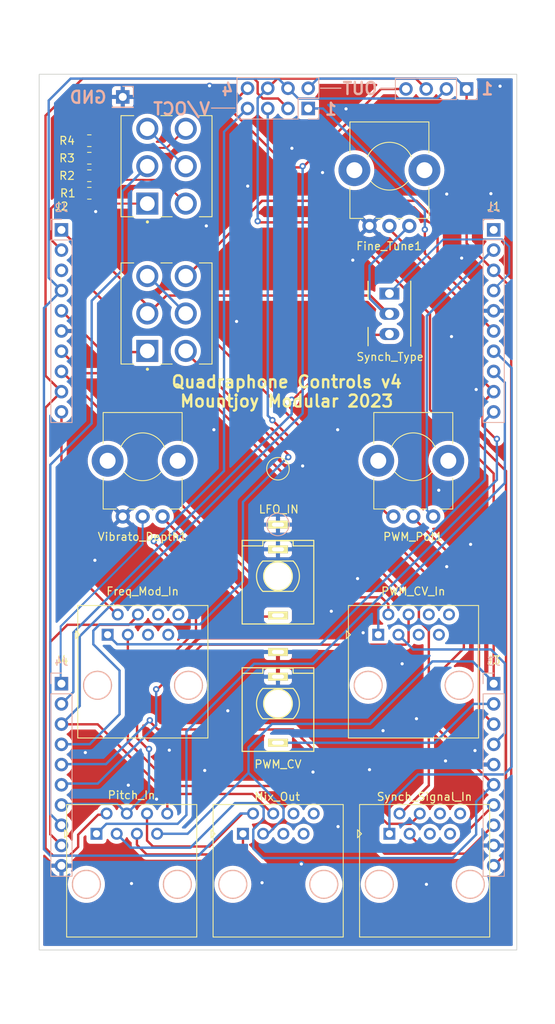
<source format=kicad_pcb>
(kicad_pcb (version 20211014) (generator pcbnew)
  (layers (0 "F.Cu" signal) (31 "B.Cu" signal) (34 "B.Paste" user) (35 "F.Paste" user) (36 "B.SilkS" user "B.Silkscreen") (37 "F.SilkS" user "F.Silkscreen") (38 "B.Mask" user) (39 "F.Mask" user) (44 "Edge.Cuts" user))
  (net 0 "")
  (net 1 "/PWM_CV4")
  (net 2 "/PWM_CV3")
  (net 3 "/PWM_CV2")
  (net 4 "/PWM_CV1")
  (net 5 "/MIX_OUT4")
  (net 6 "/MIX_OUT3")
  (net 7 "/MIX_OUT2")
  (net 8 "/MIX_OUT1")
  (net 9 "/SYNCH_SIGNAL4")
  (net 10 "/SYNCH_SIGNAL3")
  (net 11 "/SYNCH_SIGNAL2")
  (net 12 "/SYNCH_SIGNAL1")
  (net 13 "/FREQ_MOD4")
  (net 14 "/FREQ_MOD3")
  (net 15 "/FREQ_MOD2")
  (net 16 "/FREQ_MOD1")
  (net 17 "/V_PER_OCT4")
  (net 18 "/V_PER_OCT3")
  (net 19 "/V_PER_OCT2")
  (net 20 "/V_PER_OCT1")
  (net 21 "-5V")
  (net 22 "-12V")
  (net 23 "/HARD_SYNCH_SW")
  (net 24 "GND")
  (net 25 "/SAW_SW")
  (net 26 "+12V")
  (net 27 "+5V")
  (net 28 "+2V5")
  (net 29 "/PULSE_SW")
  (net 30 "/PWM_CV")
  (net 31 "/PWM_POT")
  (net 32 "/OCT_TUNE")
  (net 33 "/LIN_FREQ_IN")
  (net 34 "/SOFT_SYNCH_SW")
  (net 35 "/TRIANGLE_SW")
  (net 36 "/FINE_TUNE")
  (net 37 "/LFO_IN")
  (net 50 "Net-(SW2-Pad3)")
  (net 55 "Net-(SW3-Pad3)")
  (net 56 "/Oct_4v")
  (net 57 "/Oct_3v")
  (net 58 "/Oct_2v")
  (footprint "Custom_Footprints:RJ45_Molex_42878-8506" (layer "F.Cu") (at 97 118.5)
    (fp_text reference "J7" hide)
    (fp_text value "PWM_CV_In")
  )
  (footprint "Custom_Footprints:Alpha_9mm_Potentiometer_Aligned" (layer "F.Cu") (at 94 55)
    (fp_text reference "Fine_Tune1")
    (fp_text value "10k")
  )
  (footprint "Resistor_SMD:R_0805_2012Metric" (layer "F.Cu") (at 56.3 56.2)
    (fp_text reference "R2")
    (fp_text value "7.5k")
  )
  (footprint "Custom_Footprints:RJ45_Molex_42878-8506" (layer "F.Cu") (at 63 118.5)
    (fp_text reference "J9" hide)
    (fp_text value "Freq_Mod_In")
  )
  (footprint "Custom_Footprints:RJ45_Molex_42878-8506" (layer "F.Cu") (at 98.4 143.5)
    (fp_text reference "J8" hide)
    (fp_text value "Synch_Signal_In")
  )
  (footprint "Custom_Footprints:SPDTSubMiniature" (layer "F.Cu") (at 94 71 -90)
    (fp_text reference "SW1" hide)
    (fp_text value "Synch_Type")
  )
  (footprint "Custom_Footprints:3D_Dummy" (layer "F.Cu") (at 80 93)
    (fp_text reference "D2" hide)
    (fp_text value "3d_Model_Panel")
  )
  (footprint "Custom_Footprints:Alpha_9mm_Potentiometer_Aligned" (layer "F.Cu") (at 63 91.5)
    (fp_text reference "Vibrato_Depth1")
    (fp_text value "10k")
  )
  (footprint "Custom_Footprints:RJ45_Molex_42878-8506" (layer "F.Cu") (at 61.6 143.5)
    (fp_text reference "J10" hide)
    (fp_text value "Pitch_In")
  )
  (footprint "Custom_Footprints:100DP6T1B1M2QE_ON_ON_ON" (layer "F.Cu") (at 66 55 90)
    (fp_text reference "SW3" hide)
    (fp_text value "Output_Type")
  )
  (footprint "Resistor_SMD:R_0805_2012Metric" (layer "F.Cu") (at 56.3 51.8)
    (fp_text reference "R4")
    (fp_text value "15k")
  )
  (footprint "Custom_Footprints:100DP6T1B1M2QE_ON_ON_ON" (layer "F.Cu") (at 66 73.5 90)
    (fp_text reference "SW2" hide)
    (fp_text value "Output_Type")
  )
  (footprint "Custom_Footprints:RJ45_Molex_42878-8506" (layer "F.Cu") (at 80 143.5)
    (fp_text reference "J11" hide)
    (fp_text value "Mix_Out")
  )
  (footprint "Resistor_SMD:R_0805_2012Metric" (layer "F.Cu") (at 56.3 54)
    (fp_text reference "R3")
    (fp_text value "7.5k")
  )
  (footprint "Custom_Footprints:THONKICONN_hole" (layer "F.Cu") (at 80 106.5 180)
    (fp_text reference "J6" hide)
    (fp_text value "LFO_IN")
  )
  (footprint "Resistor_SMD:R_0805_2012Metric" (layer "F.Cu") (at 56.3 58.4)
    (fp_text reference "R1")
    (fp_text value "7.5k")
  )
  (footprint "Custom_Footprints:Alpha_9mm_Potentiometer_Aligned" (layer "F.Cu") (at 97 91.5)
    (fp_text reference "PWM_Pot1")
    (fp_text value "10k")
  )
  (footprint "Custom_Footprints:THONKICONN_hole" (layer "F.Cu") (at 80 122.5 180)
    (fp_text reference "J5" hide)
    (fp_text value "PWM_CV")
  )
  (footprint "Connector_PinHeader_2.54mm:PinHeader_1x04_P2.54mm_Vertical" (layer "B.Cu") (at 103.7 45.3 90)
    (fp_text reference "J13" hide)
    (fp_text value "Conn_01x04_Male")
  )
  (footprint "Connector_PinSocket_2.54mm:PinSocket_1x10_P2.54mm_Vertical" (layer "B.Cu") (at 107.1 120 180)
    (fp_text reference "J3")
    (fp_text value "Conn_01x10_Female")
  )
  (footprint "Connector_PinHeader_2.54mm:PinHeader_1x01_P2.54mm_Vertical" (layer "B.Cu") (at 60.5 46.3 180)
    (fp_text reference "J14" hide)
    (fp_text value "Conn_01x01_Male")
  )
  (footprint "Connector_PinSocket_2.54mm:PinSocket_1x10_P2.54mm_Vertical" (layer "B.Cu") (at 52.8 120 180)
    (fp_text reference "J4")
    (fp_text value "Conn_01x10_Female")
  )
  (footprint "Custom_Footprints:3D_Dummy" (layer "B.Cu") (at 80 100 180)
    (fp_text reference "D1" hide)
    (fp_text value "3d_Model_Components")
  )
  (footprint "Connector_PinSocket_2.54mm:PinSocket_1x10_P2.54mm_Vertical" (layer "B.Cu") (at 107.1 63 180)
    (fp_text reference "J1")
    (fp_text value "Conn_01x10_Female")
  )
  (footprint "Connector_PinHeader_2.54mm:PinHeader_2x04_P2.54mm_Vertical" (layer "B.Cu") (at 83.8 47.75 90)
    (fp_text reference "J12" hide)
    (fp_text value "Conn_02x04_Odd_Even")
  )
  (footprint "Connector_PinSocket_2.54mm:PinSocket_1x10_P2.54mm_Vertical" (layer "B.Cu") (at 52.8 63 180)
    (fp_text reference "J2")
    (fp_text value "Conn_01x10_Female")
  )
  (gr_line (start 94.575 45.25) (end 92.825 45.25) (layer "B.SilkS") (width 0.15))
  (gr_line (start 71.65 47.7) (end 74.6 47.7) (layer "B.SilkS") (width 0.15))
  (gr_line (start 87.9 45.2) (end 85.35 45.2) (layer "B.SilkS") (width 0.15))
  (gr_rect (start 50 43.45) (end 110 153.45) (layer "Edge.Cuts") (width 0.1) (fill none))
  (gr_text "OUT" (at 90.3 45.25) (layer "B.SilkS") (effects (font (size 1.5 1.5) (thickness 0.3)) (justify mirror)))
  (gr_text "4" (at 73.65 45.4) (layer "B.SilkS") (effects (font (size 1.5 1.5) (thickness 0.3)) (justify mirror)))
  (gr_text "1" (at 86.65 47.85) (layer "B.SilkS") (effects (font (size 1.5 1.5) (thickness 0.3)) (justify mirror)))
  (gr_text "GND" (at 56.15 46.35) (layer "B.SilkS") (effects (font (size 1.5 1.5) (thickness 0.3)) (justify mirror)))
  (gr_text "V/OCT" (at 67.9 47.8) (layer "B.SilkS") (effects (font (size 1.5 1.5) (thickness 0.3)) (justify mirror)))
  (gr_text "1" (at 106.3 45.3) (layer "B.SilkS") (effects (font (size 1.5 1.5) (thickness 0.3)) (justify mirror)))
  (gr_text "J1" (at 107.1 60.05) (layer "F.SilkS") (effects (font (size 1 1))))
  (gr_text "Quadraphone Controls v4\nMountjoy Modular 2023" (at 81.1 83.3) (layer "F.SilkS") (effects (font (size 1.5 1.5) (thickness 0.3))))
  (gr_text "J4" (at 52.8 117.05) (layer "F.SilkS") (effects (font (size 1 1))))
  (gr_text "J3" (at 107.1 117.05) (layer "F.SilkS") (effects (font (size 1 1))))
  (gr_text "J2" (at 52.8 60.05) (layer "F.SilkS") (effects (font (size 1 1))))
  (segment (start 96.41 114.74) (end 96.05 115.1) (width 0.3) (layer "F.Cu") (net 1))
  (segment (start 96.41 111.46) (end 96.41 114.74) (width 0.3) (layer "F.Cu") (net 1))
  (segment (start 96.05 115.1) (end 70.45 115.1) (width 0.3) (layer "F.Cu") (net 1))
  (segment (start 70.45 115.1) (end 64.7 120.85) (width 0.3) (layer "F.Cu") (net 1))
  (via (at 64.7 120.7) (size 0.8) (drill 0.4) (layers "F.Cu" "B.Cu") (net 1))
  (segment (start 64.7 125.20431) (end 57.35431 132.55) (width 0.3) (layer "B.Cu") (net 1))
  (segment (start 57.35431 132.55) (end 52.8 132.55) (width 0.3) (layer "B.Cu") (net 1))
  (segment (start 64.7 120.7) (end 64.7 125.20431) (width 0.3) (layer "B.Cu") (net 1))
  (segment (start 108.5 117.45) (end 108.5 126.22) (width 0.3) (layer "B.Cu") (net 2))
  (segment (start 108.5 126.22) (end 107.1 127.62) (width 0.3) (layer "B.Cu") (net 2))
  (segment (start 96.99 115.7) (end 106.75 115.7) (width 0.3) (layer "B.Cu") (net 2))
  (segment (start 106.75 115.7) (end 108.5 117.45) (width 0.3) (layer "B.Cu") (net 2))
  (segment (start 95.14 113.85) (end 96.99 115.7) (width 0.3) (layer "B.Cu") (net 2))
  (segment (start 93.87 110.02) (end 93 109.15) (width 0.3) (layer "F.Cu") (net 3))
  (segment (start 93 109.15) (end 79.5 109.15) (width 0.3) (layer "F.Cu") (net 3))
  (segment (start 79.5 109.15) (end 63.25 92.9) (width 0.3) (layer "F.Cu") (net 3))
  (segment (start 52.83 80.78) (end 52.8 80.78) (width 0.3) (layer "F.Cu") (net 3))
  (segment (start 63.25 91.2) (end 52.83 80.78) (width 0.3) (layer "F.Cu") (net 3))
  (segment (start 63.25 92.9) (end 63.25 91.2) (width 0.3) (layer "F.Cu") (net 3))
  (segment (start 93.87 111.46) (end 93.87 110.02) (width 0.3) (layer "F.Cu") (net 3))
  (segment (start 92.6 110.7) (end 108.5 94.8) (width 0.3) (layer "B.Cu") (net 4))
  (segment (start 108.5 82.18) (end 107.1 80.78) (width 0.3) (layer "B.Cu") (net 4))
  (segment (start 92.6 113.85) (end 92.6 110.7) (width 0.3) (layer "B.Cu") (net 4))
  (segment (start 108.5 94.8) (end 108.5 82.18) (width 0.3) (layer "B.Cu") (net 4))
  (segment (start 52.82 125.1) (end 52.8 125.08) (width 0.3) (layer "F.Cu") (net 5))
  (segment (start 66.1 133.85) (end 57.35 125.1) (width 0.3) (layer "F.Cu") (net 5))
  (segment (start 81.3 55.15) (end 74.55 48.4) (width 0.3) (layer "F.Cu") (net 5))
  (segment (start 92.95 45.3) (end 83.1 55.15) (width 0.3) (layer "F.Cu") (net 5))
  (segment (start 74.55 46.83) (end 76.18 45.2) (width 0.3) (layer "F.Cu") (net 5))
  (segment (start 74.55 48.4) (end 74.55 46.83) (width 0.3) (layer "F.Cu") (net 5))
  (segment (start 96.08 45.3) (end 92.95 45.3) (width 0.3) (layer "F.Cu") (net 5))
  (segment (start 66.1 133.85) (end 76.8 133.85) (width 0.3) (layer "F.Cu") (net 5))
  (segment (start 66.1 133.85) (end 66.1 136.45) (width 0.3) (layer "F.Cu") (net 5))
  (segment (start 83.1 55.15) (end 81.3 55.15) (width 0.3) (layer "F.Cu") (net 5))
  (segment (start 57.35 125.1) (end 52.82 125.1) (width 0.3) (layer "F.Cu") (net 5))
  (segment (start 76.8 133.85) (end 79.41 136.46) (width 0.3) (layer "F.Cu") (net 5))
  (via (at 83.1 55) (size 0.8) (drill 0.4) (layers "F.Cu" "B.Cu") (net 5))
  (segment (start 55.1 122.8) (end 55.1 114.043599) (width 0.3) (layer "B.Cu") (net 5))
  (segment (start 52.8 125.08) (end 52.82 125.08) (width 0.3) (layer "B.Cu") (net 5))
  (segment (start 55.1 114.043599) (end 83.1 86.043599) (width 0.3) (layer "B.Cu") (net 5))
  (segment (start 52.82 125.08) (end 55.1 122.8) (width 0.3) (layer "B.Cu") (net 5))
  (segment (start 83.1 86.043599) (end 83.1 55) (width 0.3) (layer "B.Cu") (net 5))
  (segment (start 87.567249 62.054499) (end 77.449999 62.054499) (width 0.3) (layer "F.Cu") (net 6))
  (segment (start 97.32 44) (end 79.92 44) (width 0.3) (layer "F.Cu") (net 6))
  (segment (start 79.92 44) (end 78.72 45.2) (width 0.3) (layer "F.Cu") (net 6))
  (segment (start 107.1 93.6) (end 99.1 85.6) (width 0.3) (layer "F.Cu") (net 6))
  (segment (start 107.1 120) (end 107.1 93.6) (width 0.3) (layer "F.Cu") (net 6))
  (segment (start 98.62 45.3) (end 97.32 44) (width 0.3) (layer "F.Cu") (net 6))
  (segment (start 99.1 85.6) (end 99.1 73.58725) (width 0.3) (layer "F.Cu") (net 6))
  (segment (start 99.1 73.58725) (end 87.567249 62.054499) (width 0.3) (layer "F.Cu") (net 6))
  (via (at 77.449999 61.904499) (size 0.8) (drill 0.4) (layers "F.Cu" "B.Cu") (net 6))
  (segment (start 79.25 125.05) (end 76.3 128) (width 0.3) (layer "B.Cu") (net 6))
  (segment (start 76.3 128) (end 76.3 131.2) (width 0.3) (layer "B.Cu") (net 6))
  (segment (start 104.45 117.2) (end 99.4 117.2) (width 0.3) (layer "B.Cu") (net 6))
  (segment (start 78.75 138.85) (end 78.14 138.85) (width 0.3) (layer "B.Cu") (net 6))
  (segment (start 78.72 45.2) (end 77.449999 46.470001) (width 0.3) (layer "B.Cu") (net 6))
  (segment (start 107.1 119.85) (end 104.45 117.2) (width 0.3) (layer "B.Cu") (net 6))
  (segment (start 91.55 125.05) (end 79.25 125.05) (width 0.3) (layer "B.Cu") (net 6))
  (segment (start 76.3 131.2) (end 80.7 135.6) (width 0.3) (layer "B.Cu") (net 6))
  (segment (start 68.65 138.85) (end 64.82 138.85) (width 0.3) (layer "B.Cu") (net 6))
  (segment (start 80.7 135.6) (end 80.7 136.9) (width 0.3) (layer "B.Cu") (net 6))
  (segment (start 76.3 131.2) (end 68.65 138.85) (width 0.3) (layer "B.Cu") (net 6))
  (segment (start 80.7 136.9) (end 78.75 138.85) (width 0.3) (layer "B.Cu") (net 6))
  (segment (start 99.4 117.2) (end 91.55 125.05) (width 0.3) (layer "B.Cu") (net 6))
  (segment (start 77.449999 46.470001) (end 77.449999 61.904499) (width 0.3) (layer "B.Cu") (net 6))
  (segment (start 64.3 140.45) (end 71.4 140.45) (width 0.3) (layer "F.Cu") (net 7))
  (segment (start 63.55 139.7) (end 64.3 140.45) (width 0.3) (layer "F.Cu") (net 7))
  (segment (start 71.4 140.45) (end 75.54 136.31) (width 0.3) (layer "F.Cu") (net 7))
  (segment (start 63.55 136.46) (end 63.55 139.7) (width 0.3) (layer "F.Cu") (net 7))
  (segment (start 75.54 136.31) (end 76.87 136.31) (width 0.3) (layer "F.Cu") (net 7))
  (segment (start 75.29 136.31) (end 76.87 136.31) (width 0.3) (layer "B.Cu") (net 7))
  (segment (start 51.2 69.02) (end 52.8 70.62) (width 0.3) (layer "B.Cu") (net 7))
  (segment (start 50.600499 140.800499) (end 51.4 141.6) (width 0.3) (layer "B.Cu") (net 7))
  (segment (start 80.05 44) (end 53.95 44) (width 0.3) (layer "B.Cu") (net 7))
  (segment (start 101.16 45.3) (end 99.96 46.5) (width 0.3) (layer "B.Cu") (net 7))
  (segment (start 52.8 70.62) (end 50.600499 72.819501) (width 0.3) (layer "B.Cu") (net 7))
  (segment (start 50.600499 72.819501) (end 50.600499 140.800499) (width 0.3) (layer "B.Cu") (net 7))
  (segment (start 53.95 44) (end 51.2 46.75) (width 0.3) (layer "B.Cu") (net 7))
  (segment (start 51.4 141.6) (end 70 141.6) (width 0.3) (layer "B.Cu") (net 7))
  (segment (start 70 141.6) (end 75.29 136.31) (width 0.3) (layer "B.Cu") (net 7))
  (segment (start 51.2 46.75) (end 51.2 69.02) (width 0.3) (layer "B.Cu") (net 7))
  (segment (start 99.96 46.5) (end 82.55 46.5) (width 0.3) (layer "B.Cu") (net 7))
  (segment (start 82.55 46.5) (end 80.05 44) (width 0.3) (layer "B.Cu") (net 7))
  (segment (start 62.28 139) (end 62.28 140.23) (width 0.3) (layer "F.Cu") (net 8))
  (segment (start 109.3 145.25) (end 109.3 70.25) (width 0.3) (layer "F.Cu") (net 8))
  (segment (start 107.08 68.08) (end 103.7 64.7) (width 0.3) (layer "F.Cu") (net 8))
  (segment (start 103.7 64.7) (end 103.7 44.65) (width 0.3) (layer "F.Cu") (net 8))
  (segment (start 107.1 68.08) (end 107.08 68.08) (width 0.3) (layer "F.Cu") (net 8))
  (segment (start 62.28 140.23) (end 63.5 141.45) (width 0.3) (layer "F.Cu") (net 8))
  (segment (start 75.6 140.45) (end 83.8 148.65) (width 0.3) (layer "F.Cu") (net 8))
  (segment (start 74.6 141.45) (end 75.6 140.45) (width 0.3) (layer "F.Cu") (net 8))
  (segment (start 109.3 70.25) (end 107.13 68.08) (width 0.3) (layer "F.Cu") (net 8))
  (segment (start 63.5 141.45) (end 74.6 141.45) (width 0.3) (layer "F.Cu") (net 8))
  (segment (start 75.6 140.45) (end 75.6 139) (width 0.3) (layer "F.Cu") (net 8))
  (segment (start 83.8 148.65) (end 105.9 148.65) (width 0.3) (layer "F.Cu") (net 8))
  (segment (start 105.9 148.65) (end 109.3 145.25) (width 0.3) (layer "F.Cu") (net 8))
  (segment (start 107.13 68.08) (end 107.1 68.08) (width 0.3) (layer "F.Cu") (net 8))
  (segment (start 103.7 45.3) (end 102.4 44) (width 0.3) (layer "B.Cu") (net 8))
  (segment (start 85 44) (end 83.8 45.2) (width 0.3) (layer "B.Cu") (net 8))
  (segment (start 102.4 44) (end 85 44) (width 0.3) (layer "B.Cu") (net 8))
  (segment (start 93.75 137.6) (end 81.9 125.75) (width 0.3) (layer "F.Cu") (net 9))
  (segment (start 96.67 137.6) (end 93.75 137.6) (width 0.3) (layer "F.Cu") (net 9))
  (segment (start 81.9 125.75) (end 64.9 125.75) (width 0.3) (layer "F.Cu") (net 9))
  (segment (start 97.81 136.46) (end 96.67 137.6) (width 0.3) (layer "F.Cu") (net 9))
  (segment (start 64.9 125.75) (end 63.9 124.75) (width 0.3) (layer "F.Cu") (net 9))
  (via (at 63.9 124.6) (size 0.8) (drill 0.4) (layers "F.Cu" "B.Cu") (net 9))
  (segment (start 52.86 130.1) (end 58.4 130.1) (width 0.3) (layer "B.Cu") (net 9))
  (segment (start 52.8 130.16) (end 52.86 130.1) (width 0.3) (layer "B.Cu") (net 9))
  (segment (start 58.4 130.1) (end 63.9 124.6) (width 0.3) (layer "B.Cu") (net 9))
  (segment (start 98.09 140.55) (end 101.8 140.55) (width 0.3) (layer "F.Cu") (net 10))
  (segment (start 107.1 135.25) (end 107.1 135.24) (width 0.3) (layer "F.Cu") (net 10))
  (segment (start 96.54 139) (end 98.09 140.55) (width 0.3) (layer "F.Cu") (net 10))
  (segment (start 101.8 140.55) (end 107.1 135.25) (width 0.3) (layer "F.Cu") (net 10))
  (segment (start 95.27 136.46) (end 98.95 132.78) (width 0.3) (layer "F.Cu") (net 11))
  (segment (start 52.8 78.25) (end 52.8 78.24) (width 0.3) (layer "F.Cu") (net 11))
  (segment (start 98.95 113.35) (end 97.7 112.1) (width 0.3) (layer "F.Cu") (net 11))
  (segment (start 98.95 132.78) (end 98.95 113.35) (width 0.3) (layer "F.Cu") (net 11))
  (segment (start 68.05 81) (end 55.55 81) (width 0.3) (layer "F.Cu") (net 11))
  (segment (start 97.7 110.65) (end 68.05 81) (width 0.3) (layer "F.Cu") (net 11))
  (segment (start 97.7 112.1) (end 97.7 110.65) (width 0.3) (layer "F.Cu") (net 11))
  (segment (start 55.55 81) (end 52.8 78.25) (width 0.3) (layer "F.Cu") (net 11))
  (segment (start 109.35 130.45) (end 109.35 80.34) (width 0.3) (layer "B.Cu") (net 12))
  (segment (start 109.35 80.34) (end 107.25 78.24) (width 0.3) (layer "B.Cu") (net 12))
  (segment (start 97.6 131.4) (end 108.4 131.4) (width 0.3) (layer "B.Cu") (net 12))
  (segment (start 108.4 131.4) (end 109.35 130.45) (width 0.3) (layer "B.Cu") (net 12))
  (segment (start 94 138.85) (end 94 135) (width 0.3) (layer "B.Cu") (net 12))
  (segment (start 94 135) (end 97.6 131.4) (width 0.3) (layer "B.Cu") (net 12))
  (segment (start 107.25 78.24) (end 107.1 78.24) (width 0.3) (layer "B.Cu") (net 12))
  (segment (start 53.55 112.6) (end 51.4 114.75) (width 0.3) (layer "F.Cu") (net 13))
  (segment (start 51.4 138.92) (end 52.8 140.32) (width 0.3) (layer "F.Cu") (net 13))
  (segment (start 51.4 114.75) (end 51.4 138.92) (width 0.3) (layer "F.Cu") (net 13))
  (segment (start 61.27 112.6) (end 53.55 112.6) (width 0.3) (layer "F.Cu") (net 13))
  (segment (start 62.41 111.46) (end 61.27 112.6) (width 0.3) (layer "F.Cu") (net 13))
  (segment (start 66.7 132.85) (end 61.14 127.29) (width 0.3) (layer "F.Cu") (net 14))
  (segment (start 107.1 137.78) (end 107.07 137.78) (width 0.3) (layer "F.Cu") (net 14))
  (segment (start 84.9 132.85) (end 66.7 132.85) (width 0.3) (layer "F.Cu") (net 14))
  (segment (start 93.4 141.35) (end 84.9 132.85) (width 0.3) (layer "F.Cu") (net 14))
  (segment (start 107.07 137.78) (end 103.5 141.35) (width 0.3) (layer "F.Cu") (net 14))
  (segment (start 61.14 127.29) (end 61.14 114) (width 0.3) (layer "F.Cu") (net 14))
  (segment (start 103.5 141.35) (end 93.4 141.35) (width 0.3) (layer "F.Cu") (net 14))
  (segment (start 52.8 104.35) (end 52.8 85.86) (width 0.3) (layer "F.Cu") (net 15))
  (segment (start 59.87 111.42) (end 52.8 104.35) (width 0.3) (layer "F.Cu") (net 15))
  (segment (start 106 94.4) (end 106 86.96) (width 0.3) (layer "B.Cu") (net 16))
  (segment (start 85.35 115.05) (end 106 94.4) (width 0.3) (layer "B.Cu") (net 16))
  (segment (start 58.6 113.85) (end 59.8 115.05) (width 0.3) (layer "B.Cu") (net 16))
  (segment (start 106 86.96) (end 107.1 85.86) (width 0.3) (layer "B.Cu") (net 16))
  (segment (start 59.8 115.05) (end 85.35 115.05) (width 0.3) (layer "B.Cu") (net 16))
  (segment (start 64.4 102.25) (end 69.7 107.55) (width 0.3) (layer "F.Cu") (net 17))
  (segment (start 62.3 120.75) (end 62.3 126.85) (width 0.3) (layer "F.Cu") (net 17))
  (segment (start 69.7 113.35) (end 62.3 120.75) (width 0.3) (layer "F.Cu") (net 17))
  (segment (start 62.3 126.85) (end 63.8 128.35) (width 0.3) (layer "F.Cu") (net 17))
  (segment (start 69.7 107.55) (end 69.7 113.35) (width 0.3) (layer "F.Cu") (net 17))
  (via (at 63.8 128.2) (size 0.8) (drill 0.4) (layers "F.Cu" "B.Cu") (net 17))
  (via (at 64.4 102.1) (size 0.8) (drill 0.4) (layers "F.Cu" "B.Cu") (net 17))
  (segment (start 73.225 93.275) (end 64.4 102.1) (width 0.3) (layer "B.Cu") (net 17))
  (segment (start 52.8 135.24) (end 52.94 135.1) (width 0.3) (layer "B.Cu") (net 17))
  (segment (start 73.225 50.675) (end 73.225 93.275) (width 0.3) (layer "B.Cu") (net 17))
  (segment (start 52.94 135.1) (end 59.8 135.1) (width 0.3) (layer "B.Cu") (net 17))
  (segment (start 63.8 128.2) (end 63.8 133.52) (width 0.3) (layer "B.Cu") (net 17))
  (segment (start 59.8 135.1) (end 61.01 136.31) (width 0.3) (layer "B.Cu") (net 17))
  (segment (start 76.18 47.74) (end 76.16 47.74) (width 0.3) (layer "B.Cu") (net 17))
  (segment (start 63.8 133.52) (end 61.01 136.31) (width 0.3) (layer "B.Cu") (net 17))
  (segment (start 76.16 47.74) (end 73.225 50.675) (width 0.3) (layer "B.Cu") (net 17))
  (segment (start 103.35 115.55) (end 103.35 110.95) (width 0.3) (layer "F.Cu") (net 18))
  (segment (start 107.1 132.7) (end 100 125.6) (width 0.3) (layer "F.Cu") (net 18))
  (segment (start 100 125.6) (end 100 118.9) (width 0.3) (layer "F.Cu") (net 18))
  (segment (start 100 118.9) (end 103.35 115.55) (width 0.3) (layer "F.Cu") (net 18))
  (segment (start 103.35 110.95) (end 79.3 86.9) (width 0.3) (layer "F.Cu") (net 18))
  (via (at 79.3 86.9) (size 0.8) (drill 0.4) (layers "F.Cu" "B.Cu") (net 18))
  (segment (start 78.72 47.74) (end 78.72 86.32) (width 0.3) (layer "B.Cu") (net 18))
  (segment (start 104.9 138.95) (end 101.95 141.9) (width 0.3) (layer "B.Cu") (net 18))
  (segment (start 74.6 135) (end 69 140.6) (width 0.3) (layer "B.Cu") (net 18))
  (segment (start 101.95 141.9) (end 78.1 141.9) (width 0.3) (layer "B.Cu") (net 18))
  (segment (start 78.72 86.32) (end 79.3 86.9) (width 0.3) (layer "B.Cu") (net 18))
  (segment (start 76.9 138.3) (end 78.2 137) (width 0.3) (layer "B.Cu") (net 18))
  (segment (start 107 132.7) (end 104.9 134.8) (width 0.3) (layer "B.Cu") (net 18))
  (segment (start 78.2 137) (end 78.2 135.6) (width 0.3) (layer "B.Cu") (net 18))
  (segment (start 76.9 140.7) (end 76.9 138.3) (width 0.3) (layer "B.Cu") (net 18))
  (segment (start 61.49 140.6) (end 59.74 138.85) (width 0.3) (layer "B.Cu") (net 18))
  (segment (start 104.9 134.8) (end 104.9 138.95) (width 0.3) (layer "B.Cu") (net 18))
  (segment (start 78.1 141.9) (end 76.9 140.7) (width 0.3) (layer "B.Cu") (net 18))
  (segment (start 69 140.6) (end 61.49 140.6) (width 0.3) (layer "B.Cu") (net 18))
  (segment (start 78.2 135.6) (end 77.6 135) (width 0.3) (layer "B.Cu") (net 18))
  (segment (start 77.6 135) (end 74.6 135) (width 0.3) (layer "B.Cu") (net 18))
  (segment (start 107.1 132.7) (end 107 132.7) (width 0.3) (layer "B.Cu") (net 18))
  (segment (start 77 44) (end 77.45 44.45) (width 0.3) (layer "F.Cu") (net 19))
  (segment (start 50.8 85.32) (end 50.8 140.65) (width 0.3) (layer "F.Cu") (net 19))
  (segment (start 53.8 141.6) (end 54.9 140.5) (width 0.3) (layer "F.Cu") (net 19))
  (segment (start 52.8 83.32) (end 50.8 85.32) (width 0.3) (layer "F.Cu") (net 19))
  (segment (start 54.9 140.5) (end 54.9 138.96934) (width 0.3) (layer "F.Cu") (net 19))
  (segment (start 50.8 140.65) (end 51.75 141.6) (width 0.3) (layer "F.Cu") (net 19))
  (segment (start 77.45 45.85) (end 78.1 46.5) (width 0.3) (layer "F.Cu") (net 19))
  (segment (start 52.8 83.32) (end 50.8 81.32) (width 0.3) (layer "F.Cu") (net 19))
  (segment (start 55.45 44) (end 77 44) (width 0.3) (layer "F.Cu") (net 19))
  (segment (start 78.1 46.5) (end 80.02 46.5) (width 0.3) (layer "F.Cu") (net 19))
  (segment (start 54.9 138.96934) (end 57.40934 136.46) (width 0.3) (layer "F.Cu") (net 19))
  (segment (start 50.8 48.65) (end 55.45 44) (width 0.3) (layer "F.Cu") (net 19))
  (segment (start 50.8 81.32) (end 50.8 48.65) (width 0.3) (layer "F.Cu") (net 19))
  (segment (start 57.40934 136.46) (end 58.47 136.46) (width 0.3) (layer "F.Cu") (net 19))
  (segment (start 80.02 46.5) (end 81.26 47.74) (width 0.3) (layer "F.Cu") (net 19))
  (segment (start 77.45 44.45) (end 77.45 45.85) (width 0.3) (layer "F.Cu") (net 19))
  (segment (start 51.75 141.6) (end 53.8 141.6) (width 0.3) (layer "F.Cu") (net 19))
  (segment (start 104.7 80.92) (end 104.7 72.2) (width 0.3) (layer "F.Cu") (net 20))
  (segment (start 107.5 89.4) (end 105.7 87.6) (width 0.3) (layer "F.Cu") (net 20))
  (segment (start 105.7 87.6) (end 105.7 84.72) (width 0.3) (layer "F.Cu") (net 20))
  (segment (start 98.45 65.95) (end 98.45 63.1) (width 0.3) (layer "F.Cu") (net 20))
  (segment (start 107.1 83.32) (end 104.7 80.92) (width 0.3) (layer "F.Cu") (net 20))
  (segment (start 105.7 84.72) (end 107.1 83.32) (width 0.3) (layer "F.Cu") (net 20))
  (segment (start 104.7 72.2) (end 98.45 65.95) (width 0.3) (layer "F.Cu") (net 20))
  (via (at 98.45 62.95) (size 0.8) (drill 0.4) (layers "F.Cu" "B.Cu") (net 20))
  (via (at 107.5 89.25) (size 0.8) (drill 0.4) (layers "F.Cu" "B.Cu") (net 20))
  (segment (start 84.4 117.5) (end 77 117.5) (width 0.3) (layer "B.Cu") (net 20))
  (segment (start 68.5 126) (end 68.5 136.5) (width 0.3) (layer "B.Cu") (net 20))
  (segment (start 77 117.5) (end 68.5 126) (width 0.3) (layer "B.Cu") (net 20))
  (segment (start 68.5 136.5) (end 67.4 137.6) (width 0.3) (layer "B.Cu") (net 20))
  (segment (start 67.4 137.6) (end 58.45 137.6) (width 0.3) (layer "B.Cu") (net 20))
  (segment (start 85.65 47.75) (end 83.8 47.75) (width 0.3) (layer "B.Cu") (net 20))
  (segment (start 98.45 62.95) (end 98.45 60.55) (width 0.3) (layer "B.Cu") (net 20))
  (segment (start 107.5 89.25) (end 107.5 94.4) (width 0.3) (layer "B.Cu") (net 20))
  (segment (start 107.5 94.4) (end 84.4 117.5) (width 0.3) (layer "B.Cu") (net 20))
  (segment (start 98.45 60.55) (end 85.65 47.75) (width 0.3) (layer "B.Cu") (net 20))
  (segment (start 58.45 137.6) (end 57.2 138.85) (width 0.3) (layer "B.Cu") (net 20))
  (segment (start 99.5 99) (end 98.7 98.2) (width 0.3) (layer "B.Cu") (net 22))
  (segment (start 98.7 73.8) (end 107.1 65.4) (width 0.3) (layer "B.Cu") (net 22))
  (segment (start 98.7 98.2) (end 98.7 73.8) (width 0.3) (layer "B.Cu") (net 22))
  (segment (start 109.05 65.1) (end 108.15 64.2) (width 0.25) (layer "B.Cu") (net 23))
  (segment (start 109.05 68.52) (end 109.05 65.1) (width 0.25) (layer "B.Cu") (net 23))
  (segment (start 107.1 70.47) (end 109.05 68.52) (width 0.25) (layer "B.Cu") (net 23))
  (segment (start 100.7539 64.2) (end 94 70.9539) (width 0.25) (layer "B.Cu") (net 23))
  (segment (start 108.15 64.2) (end 100.7539 64.2) (width 0.25) (layer "B.Cu") (net 23))
  (via (at 101.8 76.4) (size 0.8) (drill 0.4) (layers "F.Cu" "B.Cu") (net 24))
  (via (at 95.6 117.5) (size 0.8) (drill 0.4) (layers "F.Cu" "B.Cu") (net 24))
  (via (at 88.55 47.8) (size 0.8) (drill 0.4) (layers "F.Cu" "B.Cu") (net 24))
  (via (at 104.9 83.05) (size 0.8) (drill 0.4) (layers "F.Cu" "B.Cu") (net 24))
  (via (at 89.4 66.8) (size 0.8) (drill 0.4) (layers "F.Cu" "B.Cu") (net 24))
  (via (at 107.9 44.95) (size 0.8) (drill 0.4) (layers "F.Cu" "B.Cu") (net 24))
  (via (at 76.2 57.5) (size 0.8) (drill 0.4) (layers "F.Cu" "B.Cu") (net 24))
  (via (at 61.6 145.1) (size 0.8) (drill 0.4) (layers "F.Cu" "B.Cu") (net 24))
  (via (at 71.95 88.1) (size 0.8) (drill 0.4) (layers "F.Cu" "B.Cu") (net 24))
  (via (at 81.75 52.75) (size 0.8) (drill 0.4) (layers "F.Cu" "B.Cu") (net 24))
  (via (at 87.5 88.1) (size 0.8) (drill 0.4) (layers "F.Cu" "B.Cu") (net 24))
  (via (at 101.2 58.5) (size 0.8) (drill 0.4) (layers "F.Cu" "B.Cu") (net 24))
  (via (at 100.2 95.7) (size 0.8) (drill 0.4) (layers "F.Cu" "B.Cu") (net 24))
  (via (at 73.7 123.4) (size 0.8) (drill 0.4) (layers "F.Cu" "B.Cu") (net 24))
  (via (at 86.7 110.9) (size 0.8) (drill 0.4) (layers "F.Cu" "B.Cu") (net 24))
  (via (at 104.2 102.5) (size 0.8) (drill 0.4) (layers "F.Cu" "B.Cu") (net 24))
  (via (at 61.2 132.75) (size 0.8) (drill 0.4) (layers "F.Cu" "B.Cu") (net 24))
  (via (at 91.5 130.8) (size 0.8) (drill 0.4) (layers "F.Cu" "B.Cu") (net 24))
  (via (at 66.35 128.35) (size 0.8) (drill 0.4) (layers "F.Cu" "B.Cu") (net 24))
  (via (at 90.7 113.6) (size 0.8) (drill 0.4) (layers "F.Cu" "B.Cu") (net 24))
  (via (at 87.55 137.95) (size 0.8) (drill 0.4) (layers "F.Cu" "B.Cu") (net 24))
  (via (at 84.4 131.1) (size 0.8) (drill 0.4) (layers "F.Cu" "B.Cu") (net 24))
  (via (at 57.1 60.7) (size 0.8) (drill 0.4) (layers "F.Cu" "B.Cu") (net 24))
  (via (at 82.939566 142.6495) (size 0.8) (drill 0.4) (layers "F.Cu" "B.Cu") (net 24))
  (via (at 55.8 128.65) (size 0.8) (drill 0.4) (layers "F.Cu" "B.Cu") (net 24))
  (via (at 70.8 130.9) (size 0.8) (drill 0.4) (layers "F.Cu" "B.Cu") (net 24))
  (via (at 101.05 129.7) (size 0.8) (drill 0.4) (layers "F.Cu" "B.Cu") (net 24))
  (via (at 83.1 92.65) (size 0.8) (drill 0.4) (layers "F.Cu" "B.Cu") (net 24))
  (via (at 74.8 74.5) (size 0.8) (drill 0.4) (layers "F.Cu" "B.Cu") (net 24))
  (via (at 57 104.5) (size 0.8) (drill 0.4) (layers "F.Cu" "B.Cu") (net 24))
  (via (at 106.75 58.45) (size 0.8) (drill 0.4) (layers "F.Cu" "B.Cu") (net 24))
  (via (at 93.2 125.9) (size 0.8) (drill 0.4) (layers "F.Cu" "B.Cu") (net 24))
  (via (at 85.6 55.8) (size 0.8) (drill 0.4) (layers "F.Cu" "B.Cu") (net 24))
  (via (at 104.75 128.4) (size 0.8) (drill 0.4) (layers "F.Cu" "B.Cu") (net 24))
  (via (at 71.4 44.9) (size 0.8) (drill 0.4) (layers "F.Cu" "B.Cu") (net 24))
  (via (at 71 62.5) (size 0.8) (drill 0.4) (layers "F.Cu" "B.Cu") (net 24))
  (via (at 90 106.8) (size 0.8) (drill 0.4) (layers "F.Cu" "B.Cu") (net 24))
  (via (at 78 145) (size 0.8) (drill 0.4) (layers "F.Cu" "B.Cu") (net 24))
  (via (at 103.0755 66.543192) (size 0.8) (drill 0.4) (layers "F.Cu" "B.Cu") (net 24))
  (via (at 97.4 124.4) (size 0.8) (drill 0.4) (layers "F.Cu" "B.Cu") (net 24))
  (via (at 98.65 145.2) (size 0.8) (drill 0.4) (layers "F.Cu" "B.Cu") (net 24))
  (via (at 64.75 134.5) (size 0.8) (drill 0.4) (layers "F.Cu" "B.Cu") (net 24))
  (via (at 101.2 105.3) (size 0.8) (drill 0.4) (layers "F.Cu" "B.Cu") (net 24))
  (segment (start 68.415 68.935) (end 78 59.35) (width 0.3) (layer "F.Cu") (net 25))
  (segment (start 105.7 74.3) (end 107.1 75.7) (width 0.3) (layer "F.Cu") (net 25))
  (segment (start 105.7 71.75) (end 105.7 74.3) (width 0.3) (layer "F.Cu") (net 25))
  (segment (start 78 59.35) (end 97.4 59.35) (width 0.3) (layer "F.Cu") (net 25))
  (segment (start 100.05 66.1) (end 105.7 71.75) (width 0.3) (layer "F.Cu") (net 25))
  (segment (start 97.4 59.35) (end 100.05 62) (width 0.3) (layer "F.Cu") (net 25))
  (segment (start 100.05 62) (end 100.05 66.1) (width 0.3) (layer "F.Cu") (net 25))
  (segment (start 94.5 99.15) (end 94.2 99.15) (width 0.3) (layer "F.Cu") (net 26))
  (segment (start 54.8 65.05) (end 52.8 63.05) (width 0.3) (layer "F.Cu") (net 26))
  (segment (start 52.8 63.05) (end 52.8 63) (width 0.3) (layer "F.Cu") (net 26))
  (segment (start 62 75.85) (end 54.8 68.65) (width 0.3) (layer "F.Cu") (net 26))
  (segment (start 70.9 75.85) (end 62 75.85) (width 0.3) (layer "F.Cu") (net 26))
  (segment (start 94.2 99.15) (end 70.9 75.85) (width 0.3) (layer "F.Cu") (net 26))
  (segment (start 54.8 68.65) (end 54.8 65.05) (width 0.3) (layer "F.Cu") (net 26))
  (segment (start 65.985 71.25) (end 91.6061 71.25) (width 0.3) (layer "F.Cu") (net 27))
  (segment (start 55.3875 58.4) (end 55.3875 64.2875) (width 0.3) (layer "F.Cu") (net 27))
  (segment (start 55.3875 64.2875) (end 63.585 72.485) (width 0.3) (layer "F.Cu") (net 27))
  (segment (start 53.4 58.4) (end 55.3875 58.4) (width 0.3) (layer "F.Cu") (net 27))
  (segment (start 52.8 65.54) (end 51.5 64.24) (width 0.3) (layer "F.Cu") (net 27))
  (segment (start 51.5 60.3) (end 53.4 58.4) (width 0.3) (layer "F.Cu") (net 27))
  (segment (start 63.585 73.65) (end 65.985 71.25) (width 0.3) (layer "F.Cu") (net 27))
  (segment (start 51.5 64.24) (end 51.5 60.3) (width 0.3) (layer "F.Cu") (net 27))
  (segment (start 63.585 72.485) (end 63.585 73.5) (width 0.3) (layer "F.Cu") (net 27))
  (segment (start 91.6061 71.25) (end 94 73.6439) (width 0.3) (layer "F.Cu") (net 27))
  (segment (start 94 73.4939) (end 93.3939 73.4939) (width 0.3) (layer "B.Cu") (net 27))
  (segment (start 93.3939 73.4939) (end 91.5 71.6) (width 0.3) (layer "B.Cu") (net 27))
  (segment (start 91.5 71.6) (end 91.5 67.5) (width 0.3) (layer "B.Cu") (net 27))
  (segment (start 91.5 67.5) (end 96.5 62.5) (width 0.3) (layer "B.Cu") (net 27))
  (segment (start 63.585 78.35) (end 58 78.35) (width 0.3) (layer "F.Cu") (net 29))
  (segment (start 58 78.35) (end 52.81 73.16) (width 0.3) (layer "F.Cu") (net 29))
  (segment (start 52.81 73.16) (end 52.8 73.16) (width 0.3) (layer "F.Cu") (net 29))
  (segment (start 80 127.42) (end 99.72 127.42) (width 0.3) (layer "B.Cu") (net 30))
  (segment (start 104.6 122.54) (end 107.1 122.54) (width 0.3) (layer "B.Cu") (net 30))
  (segment (start 99.72 127.42) (end 104.6 122.54) (width 0.3) (layer "B.Cu") (net 30))
  (segment (start 105.249502 123.229502) (end 107.1 125.08) (width 0.3) (layer "F.Cu") (net 31))
  (segment (start 105.249502 107.399502) (end 105.249502 123.229502) (width 0.3) (layer "F.Cu") (net 31))
  (segment (start 97 99.15) (end 105.249502 107.399502) (width 0.3) (layer "F.Cu") (net 31))
  (segment (start 63.585 55) (end 60.45 58.135) (width 0.3) (layer "B.Cu") (net 32))
  (segment (start 60.45 58.135) (end 60.45 68.05) (width 0.3) (layer "B.Cu") (net 32))
  (segment (start 56.6 87.3) (end 51.4 92.5) (width 0.3) (layer "B.Cu") (net 32))
  (segment (start 60.45 68.05) (end 56.6 71.9) (width 0.3) (layer "B.Cu") (net 32))
  (segment (start 51.4 92.5) (end 51.4 136.38) (width 0.3) (layer "B.Cu") (net 32))
  (segment (start 56.6 71.9) (end 56.6 87.3) (width 0.3) (layer "B.Cu") (net 32))
  (segment (start 51.4 136.38) (end 52.8 137.78) (width 0.3) (layer "B.Cu") (net 32))
  (segment (start 63 102.5) (end 52.7 112.8) (width 0.25) (layer "B.Cu") (net 33))
  (segment (start 52.7 112.8) (end 52.7 119.75) (width 0.25) (layer "B.Cu") (net 33))
  (segment (start 52.7 119.75) (end 52.8 119.85) (width 0.25) (layer "B.Cu") (net 33))
  (segment (start 63 99) (end 63 102.5) (width 0.25) (layer "B.Cu") (net 33))
  (segment (start 90.0166 76.1839) (end 81.7255 84.475) (width 0.3) (layer "F.Cu") (net 34))
  (segment (start 94 76.1839) (end 90.0166 76.1839) (width 0.3) (layer "F.Cu") (net 34))
  (via (at 81.7255 84.325) (size 0.8) (drill 0.4) (layers "F.Cu" "B.Cu") (net 34))
  (segment (start 81.7255 86.1495) (end 81.7255 84.325) (width 0.3) (layer "B.Cu") (net 34))
  (segment (start 54.3 121.04) (end 54.3 113.575) (width 0.3) (layer "B.Cu") (net 34))
  (segment (start 52.8 122.54) (end 54.3 121.04) (width 0.3) (layer "B.Cu") (net 34))
  (segment (start 54.3 113.575) (end 81.7255 86.1495) (width 0.3) (layer "B.Cu") (net 34))
  (segment (start 81.3 91.235) (end 68.415 78.35) (width 0.3) (layer "F.Cu") (net 35))
  (segment (start 81.3 91.7) (end 81.3 91.235) (width 0.3) (layer "F.Cu") (net 35))
  (via (at 81.3 91.55) (size 0.8) (drill 0.4) (layers "F.Cu" "B.Cu") (net 35))
  (segment (start 56.8 115.05) (end 56.8 113.35) (width 0.3) (layer "B.Cu") (net 35))
  (segment (start 75.6 97.175) (end 81.225 91.55) (width 0.3) (layer "B.Cu") (net 35))
  (segment (start 52.8 127.62) (end 52.82 127.6) (width 0.3) (layer "B.Cu") (net 35))
  (segment (start 75.6 107.15) (end 75.6 97.175) (width 0.3) (layer "B.Cu") (net 35))
  (segment (start 56.8 113.35) (end 57.6 112.55) (width 0.3) (layer "B.Cu") (net 35))
  (segment (start 57.6 112.55) (end 70.2 112.55) (width 0.3) (layer "B.Cu") (net 35))
  (segment (start 56.35 127.6) (end 60.1 123.85) (width 0.3) (layer "B.Cu") (net 35))
  (segment (start 81.225 91.55) (end 81.3 91.55) (width 0.3) (layer "B.Cu") (net 35))
  (segment (start 52.82 127.6) (end 56.35 127.6) (width 0.3) (layer "B.Cu") (net 35))
  (segment (start 60.1 118.35) (end 56.8 115.05) (width 0.3) (layer "B.Cu") (net 35))
  (segment (start 70.2 112.55) (end 75.6 107.15) (width 0.3) (layer "B.Cu") (net 35))
  (segment (start 60.1 123.85) (end 60.1 118.35) (width 0.3) (layer "B.Cu") (net 35))
  (segment (start 108.65 93.3) (end 108.65 141.31) (width 0.3) (layer "F.Cu") (net 36))
  (segment (start 94 62.65) (end 94 62.9) (width 0.3) (layer "F.Cu") (net 36))
  (segment (start 94 62.9) (end 103.7 72.6) (width 0.3) (layer "F.Cu") (net 36))
  (segment (start 103.7 88.35) (end 108.65 93.3) (width 0.3) (layer "F.Cu") (net 36))
  (segment (start 108.65 141.31) (end 107.1 142.86) (width 0.3) (layer "F.Cu") (net 36))
  (segment (start 103.7 72.6) (end 103.7 88.35) (width 0.3) (layer "F.Cu") (net 36))
  (segment (start 80 111.57) (end 77.92 111.57) (width 0.3) (layer "F.Cu") (net 37))
  (segment (start 77.92 111.57) (end 65.5 99.15) (width 0.3) (layer "F.Cu") (net 37))
  (segment (start 63.715 68.8) (end 63.585 68.8) (width 0.3) (layer "B.Cu") (net 50))
  (segment (start 68.415 73.5) (end 63.715 68.8) (width 0.3) (layer "B.Cu") (net 50))
  (segment (start 68.285 55) (end 68.415 55) (width 0.25) (layer "B.Cu") (net 55))
  (segment (start 63.585 50.3) (end 68.285 55) (width 0.25) (layer "B.Cu") (net 55))
  (segment (start 55.3875 56.2) (end 55.3875 56.575) (width 0.25) (layer "F.Cu") (net 56))
  (segment (start 58.5125 59.7) (end 63.585 59.7) (width 0.25) (layer "F.Cu") (net 56))
  (segment (start 55.3875 56.575) (end 57.2125 58.4) (width 0.25) (layer "F.Cu") (net 56))
  (segment (start 57.2125 58.4) (end 58.5125 59.7) (width 0.25) (layer "F.Cu") (net 56))
  (segment (start 65.4275 56.7125) (end 68.415 59.7) (width 0.25) (layer "F.Cu") (net 57))
  (segment (start 57.2125 56.2) (end 57.725 56.7125) (width 0.25) (layer "F.Cu") (net 57))
  (segment (start 55.3875 54) (end 55.3875 54.375) (width 0.25) (layer "F.Cu") (net 57))
  (segment (start 57.725 56.7125) (end 65.4275 56.7125) (width 0.25) (layer "F.Cu") (net 57))
  (segment (start 55.3875 54.375) (end 57.2125 56.2) (width 0.25) (layer "F.Cu") (net 57))
  (segment (start 58.5125 52.7) (end 57.2125 54) (width 0.25) (layer "F.Cu") (net 58))
  (segment (start 66.015 52.7) (end 58.5125 52.7) (width 0.25) (layer "F.Cu") (net 58))
  (segment (start 57.2125 54) (end 57.2125 53.625) (width 0.25) (layer "F.Cu") (net 58))
  (segment (start 57.2125 53.625) (end 55.3875 51.8) (width 0.25) (layer "F.Cu") (net 58))
  (segment (start 68.415 50.3) (end 66.015 52.7) (width 0.25) (layer "F.Cu") (net 58))
  (zone (net 24) (net_name "GND") (layers F&B.Cu) (priority 1) (connect_pads (clearance 0.508)) (min_thickness 0.254) (fill yes (thermal_gap 0.508) (thermal_bridge_width 0.508))
    (polygon (pts (xy 111 154.1) (xy 49 154.1) (xy 49 41.5) (xy 111 41.5)))
  )
)
</source>
